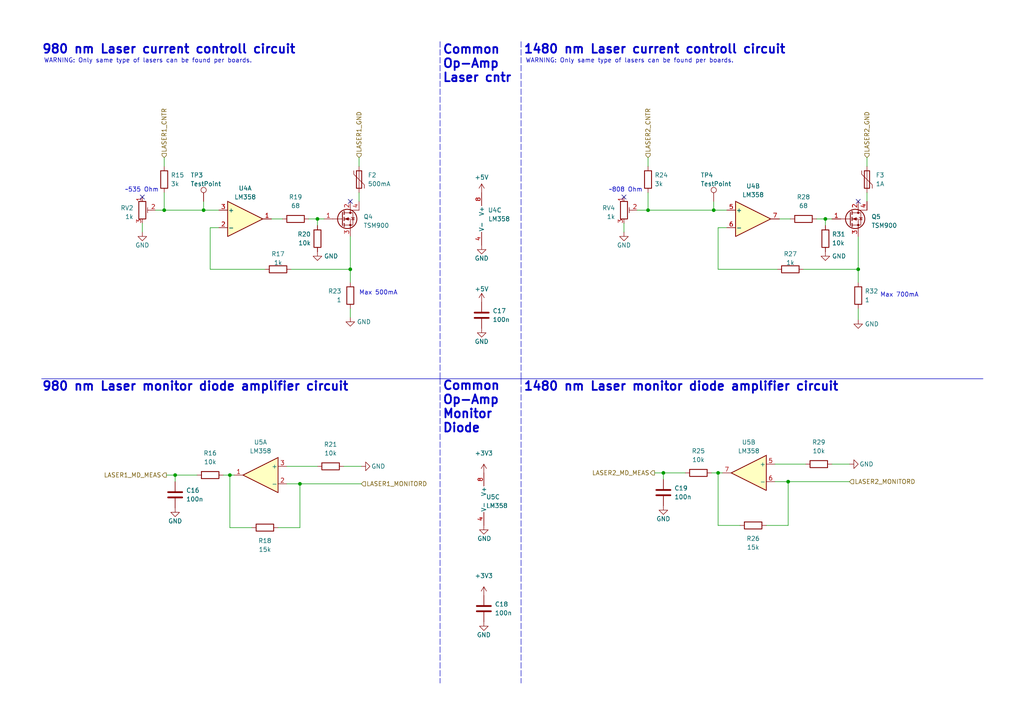
<source format=kicad_sch>
(kicad_sch (version 20230121) (generator eeschema)
  (paper "A4")
  (title_block (title "Laser controller board (Project Sheet)") (date "2023-06-27") (rev "R3.0") (company "Designed by Márk Mihalik"))
  (lib_symbols
    (symbol "Amplifier_Operational:LM358" (pin_names (offset 0.127))
      (property "Reference" "U" (at 0 5.08 0))
      (property "Value" "LM358" (at 0 -5.08 0))
      (symbol "LM358_1_1"
        (polyline (pts (xy -5.08 5.08) (xy 5.08 0) (xy -5.08 -5.08) (xy -5.08 5.08)) (stroke (width 0.254)) (fill (type background)))
        (pin output line (at 7.62 0 180) (length 2.54) (name "~") (number "1"))
        (pin input line (at -7.62 -2.54 0) (length 2.54) (name "-") (number "2"))
        (pin input line (at -7.62 2.54 0) (length 2.54) (name "+") (number "3"))
      )
      (symbol "LM358_2_1"
        (polyline (pts (xy -5.08 5.08) (xy 5.08 0) (xy -5.08 -5.08) (xy -5.08 5.08)) (stroke (width 0.254)) (fill (type background)))
        (pin input line (at -7.62 2.54 0) (length 2.54) (name "+") (number "5"))
        (pin input line (at -7.62 -2.54 0) (length 2.54) (name "-") (number "6"))
        (pin output line (at 7.62 0 180) (length 2.54) (name "~") (number "7"))
      )
      (symbol "LM358_3_1"
        (pin power_in line (at -2.54 -7.62 90) (length 3.81) (name "V-") (number "4"))
        (pin power_in line (at -2.54 7.62 270) (length 3.81) (name "V+") (number "8"))
      )
    )
    (symbol "Connector:TestPoint" (pin_numbers hide) (pin_names (offset 0.762) hide)
      (property "Reference" "TP" (at 0 6.858 0))
      (property "Value" "TestPoint" (at 0 5.08 0))
      (symbol "TestPoint_0_1"
        (circle (center 0 3.302) (radius 0.762))
      )
      (symbol "TestPoint_1_1"
        (pin passive line (at 0 0 90) (length 2.54) (name "1") (number "1"))
      )
    )
    (symbol "Device:C" (pin_numbers hide) (pin_names (offset 0.254))
      (property "Reference" "C" (at 0.635 2.54 0))
      (property "Value" "C" (at 0.635 -2.54 0))
      (symbol "C_0_1"
        (polyline (pts (xy -2.032 -0.762) (xy 2.032 -0.762)) (stroke (width 0.508)))
        (polyline (pts (xy -2.032 0.762) (xy 2.032 0.762)) (stroke (width 0.508)))
      )
      (symbol "C_1_1"
        (pin passive line (at 0 3.81 270) (length 2.794) (name "~") (number "1"))
        (pin passive line (at 0 -3.81 90) (length 2.794) (name "~") (number "2"))
      )
    )
    (symbol "Device:Polyfuse" (pin_numbers hide) (pin_names (offset 0))
      (property "Reference" "F" (at -2.54 0 90))
      (property "Value" "Polyfuse" (at 2.54 0 90))
      (symbol "Polyfuse_0_1"
        (rectangle (start -0.762 2.54) (end 0.762 -2.54) (stroke (width 0.254)))
        (polyline (pts (xy 0 2.54) (xy 0 -2.54)))
        (polyline (pts (xy -1.524 2.54) (xy -1.524 1.524) (xy 1.524 -1.524) (xy 1.524 -2.54)))
      )
      (symbol "Polyfuse_1_1"
        (pin passive line (at 0 3.81 270) (length 1.27) (name "~") (number "1"))
        (pin passive line (at 0 -3.81 90) (length 1.27) (name "~") (number "2"))
      )
    )
    (symbol "Device:Q_NMOS_GDSD" (pin_names (offset 0) hide)
      (property "Reference" "Q" (at 5.08 1.27 0))
      (property "Value" "Q_NMOS_GDSD" (at 5.08 -1.27 0))
      (symbol "Q_NMOS_GDSD_0_1"
        (polyline (pts (xy 0.254 0) (xy -2.54 0)))
        (polyline (pts (xy 0.254 1.905) (xy 0.254 -1.905)) (stroke (width 0.254)))
        (polyline (pts (xy 0.762 -1.27) (xy 0.762 -2.286)) (stroke (width 0.254)))
        (polyline (pts (xy 0.762 0.508) (xy 0.762 -0.508)) (stroke (width 0.254)))
        (polyline (pts (xy 0.762 2.286) (xy 0.762 1.27)) (stroke (width 0.254)))
        (polyline (pts (xy 2.54 -2.54) (xy 2.54 0) (xy 0.762 0)))
        (polyline (pts (xy 5.08 2.54) (xy 2.54 2.54) (xy 2.54 1.778)))
        (polyline (pts (xy 0.762 -1.778) (xy 3.302 -1.778) (xy 3.302 1.778) (xy 0.762 1.778)))
        (polyline (pts (xy 1.016 0) (xy 2.032 0.381) (xy 2.032 -0.381) (xy 1.016 0)) (fill (type outline)))
        (polyline (pts (xy 2.794 0.508) (xy 2.921 0.381) (xy 3.683 0.381) (xy 3.81 0.254)))
        (polyline (pts (xy 3.302 0.381) (xy 2.921 -0.254) (xy 3.683 -0.254) (xy 3.302 0.381)))
        (circle (center 1.651 0) (radius 2.794) (stroke (width 0.254)))
        (circle (center 2.54 -1.778) (radius 0.254) (fill (type outline)))
        (circle (center 2.54 1.778) (radius 0.254) (fill (type outline)))
      )
      (symbol "Q_NMOS_GDSD_1_1"
        (pin input line (at -5.08 0 0) (length 2.54) (name "G") (number "1"))
        (pin passive line (at 2.54 5.08 270) (length 2.54) (name "D") (number "2"))
        (pin passive line (at 2.54 -5.08 90) (length 2.54) (name "S") (number "3"))
        (pin passive line (at 5.08 5.08 270) (length 2.54) (name "D") (number "4"))
      )
    )
    (symbol "Device:R" (pin_numbers hide) (pin_names (offset 0))
      (property "Reference" "R" (at 2.032 0 90))
      (property "Value" "R" (at 0 0 90))
      (symbol "R_0_1"
        (rectangle (start -1.016 -2.54) (end 1.016 2.54) (stroke (width 0.254)))
      )
      (symbol "R_1_1"
        (pin passive line (at 0 3.81 270) (length 1.27) (name "~") (number "1"))
        (pin passive line (at 0 -3.81 90) (length 1.27) (name "~") (number "2"))
      )
    )
    (symbol "Device:R_Potentiometer_Trim" (pin_names (offset 1.016) hide)
      (property "Reference" "RV" (at -4.445 0 90))
      (property "Value" "R_Potentiometer_Trim" (at -2.54 0 90))
      (symbol "R_Potentiometer_Trim_0_1"
        (polyline (pts (xy 1.524 0.762) (xy 1.524 -0.762)))
        (polyline (pts (xy 2.54 0) (xy 1.524 0)))
        (rectangle (start 1.016 2.54) (end -1.016 -2.54) (stroke (width 0.254)))
      )
      (symbol "R_Potentiometer_Trim_1_1"
        (pin passive line (at 0 3.81 270) (length 1.27) (name "1") (number "1"))
        (pin passive line (at 3.81 0 180) (length 1.27) (name "2") (number "2"))
        (pin passive line (at 0 -3.81 90) (length 1.27) (name "3") (number "3"))
      )
    )
    (symbol "power:+3V3" (power) (pin_names (offset 0))
      (property "Value" "+3V3" (at 0 3.556 0))
      (symbol "+3V3_0_1"
        (polyline (pts (xy -0.762 1.27) (xy 0 2.54)))
        (polyline (pts (xy 0 0) (xy 0 2.54)))
        (polyline (pts (xy 0 2.54) (xy 0.762 1.27)))
      )
      (symbol "+3V3_1_1"
        (pin power_in line (at 0 0 90) (length 0) hide (name "+3V3") (number "1"))
      )
    )
    (symbol "power:+5V" (power) (pin_names (offset 0))
      (property "Value" "+5V" (at 0 3.556 0))
      (symbol "+5V_0_1"
        (polyline (pts (xy -0.762 1.27) (xy 0 2.54)))
        (polyline (pts (xy 0 0) (xy 0 2.54)))
        (polyline (pts (xy 0 2.54) (xy 0.762 1.27)))
      )
      (symbol "+5V_1_1"
        (pin power_in line (at 0 0 90) (length 0) hide (name "+5V") (number "1"))
      )
    )
    (symbol "power:GND" (power) (pin_names (offset 0))
      (property "Value" "GND" (at 0 -3.81 0))
      (symbol "GND_0_1"
        (polyline (pts (xy 0 0) (xy 0 -1.27) (xy 1.27 -1.27) (xy 0 -2.54) (xy -1.27 -1.27) (xy 0 -1.27)))
      )
      (symbol "GND_1_1"
        (pin power_in line (at 0 0 270) (length 0) hide (name "GND") (number "1"))
      )
    )
  )
  (junction (at 228.6 139.7))
  (junction (at 208.28 137.16))
  (junction (at 187.96 60.96))
  (junction (at 239.395 63.5))
  (junction (at 92.075 63.5))
  (junction (at 248.92 78.105))
  (junction (at 86.995 140.335))
  (junction (at 207.01 60.96))
  (junction (at 66.675 137.795))
  (junction (at 192.405 137.16))
  (junction (at 59.055 60.96))
  (junction (at 50.8 137.795))
  (junction (at 101.6 78.105))
  (junction (at 47.625 60.96))
  (no_connect (at 101.6 58.42))
  (no_connect (at 248.92 58.42))
  (no_connect (at 180.975 57.15))
  (no_connect (at 41.275 57.15))
  (wire (pts (xy 208.28 152.4) (xy 214.63 152.4)))
  (wire (pts (xy 248.92 89.535) (xy 248.92 92.71)))
  (wire (pts (xy 41.275 64.77) (xy 41.275 67.31)))
  (polyline (pts (xy 12.065 109.855) (xy 285.115 109.855)))
  (wire (pts (xy 60.96 78.105) (xy 76.835 78.105)))
  (wire (pts (xy 104.775 135.255) (xy 99.695 135.255)))
  (polyline (pts (xy 127.635 12.065) (xy 127.635 109.855)) (stroke (width 0) (type dash)))
  (wire (pts (xy 101.6 78.105) (xy 101.6 81.915)))
  (wire (pts (xy 83.185 140.335) (xy 86.995 140.335)))
  (wire (pts (xy 92.075 135.255) (xy 83.185 135.255)))
  (wire (pts (xy 48.26 137.795) (xy 50.8 137.795)))
  (wire (pts (xy 66.675 137.795) (xy 66.675 153.035)))
  (wire (pts (xy 50.8 137.795) (xy 57.15 137.795)))
  (wire (pts (xy 208.28 66.04) (xy 208.28 78.105)))
  (wire (pts (xy 251.46 55.88) (xy 251.46 58.42)))
  (wire (pts (xy 78.74 63.5) (xy 81.915 63.5)))
  (wire (pts (xy 208.28 137.16) (xy 209.55 137.16)))
  (wire (pts (xy 246.38 134.62) (xy 241.3 134.62)))
  (wire (pts (xy 187.96 45.72) (xy 187.96 48.26)))
  (wire (pts (xy 104.14 45.72) (xy 104.14 48.26)))
  (polyline (pts (xy 127.635 109.855) (xy 127.635 198.12)) (stroke (width 0) (type dash)))
  (wire (pts (xy 47.625 45.72) (xy 47.625 48.26)))
  (wire (pts (xy 192.405 137.16) (xy 198.755 137.16)))
  (wire (pts (xy 84.455 78.105) (xy 101.6 78.105)))
  (wire (pts (xy 208.28 78.105) (xy 225.425 78.105)))
  (wire (pts (xy 59.055 58.42) (xy 59.055 60.96)))
  (wire (pts (xy 47.625 60.96) (xy 59.055 60.96)))
  (wire (pts (xy 101.6 89.535) (xy 101.6 92.075)))
  (polyline (pts (xy 151.13 12.065) (xy 151.13 109.855)) (stroke (width 0) (type dash)))
  (wire (pts (xy 187.96 55.88) (xy 187.96 60.96)))
  (wire (pts (xy 210.82 66.04) (xy 208.28 66.04)))
  (wire (pts (xy 208.28 137.16) (xy 208.28 152.4)))
  (wire (pts (xy 92.075 63.5) (xy 93.98 63.5)))
  (wire (pts (xy 248.92 68.58) (xy 248.92 78.105)))
  (wire (pts (xy 228.6 139.7) (xy 228.6 152.4)))
  (wire (pts (xy 66.675 153.035) (xy 73.025 153.035)))
  (wire (pts (xy 180.975 64.77) (xy 180.975 67.31)))
  (wire (pts (xy 189.865 137.16) (xy 192.405 137.16)))
  (wire (pts (xy 80.645 153.035) (xy 86.995 153.035)))
  (wire (pts (xy 207.01 60.96) (xy 210.82 60.96)))
  (wire (pts (xy 59.055 60.96) (xy 63.5 60.96)))
  (wire (pts (xy 207.01 58.42) (xy 207.01 60.96)))
  (wire (pts (xy 239.395 63.5) (xy 241.3 63.5)))
  (wire (pts (xy 192.405 137.16) (xy 192.405 139.065)))
  (wire (pts (xy 50.8 137.795) (xy 50.8 139.7)))
  (polyline (pts (xy 151.13 109.855) (xy 151.13 198.12)) (stroke (width 0) (type dash)))
  (wire (pts (xy 184.785 60.96) (xy 187.96 60.96)))
  (wire (pts (xy 226.06 63.5) (xy 229.235 63.5)))
  (wire (pts (xy 233.68 134.62) (xy 224.79 134.62)))
  (wire (pts (xy 104.14 55.88) (xy 104.14 58.42)))
  (wire (pts (xy 47.625 60.96) (xy 47.625 55.88)))
  (wire (pts (xy 89.535 63.5) (xy 92.075 63.5)))
  (wire (pts (xy 92.075 65.405) (xy 92.075 63.5)))
  (wire (pts (xy 101.6 68.58) (xy 101.6 78.105)))
  (wire (pts (xy 248.92 78.105) (xy 248.92 81.915)))
  (wire (pts (xy 63.5 66.04) (xy 60.96 66.04)))
  (wire (pts (xy 45.085 60.96) (xy 47.625 60.96)))
  (wire (pts (xy 228.6 139.7) (xy 246.38 139.7)))
  (wire (pts (xy 233.045 78.105) (xy 248.92 78.105)))
  (wire (pts (xy 206.375 137.16) (xy 208.28 137.16)))
  (wire (pts (xy 187.96 60.96) (xy 207.01 60.96)))
  (wire (pts (xy 251.46 45.72) (xy 251.46 48.26)))
  (wire (pts (xy 60.96 66.04) (xy 60.96 78.105)))
  (wire (pts (xy 66.675 137.795) (xy 67.945 137.795)))
  (wire (pts (xy 64.77 137.795) (xy 66.675 137.795)))
  (wire (pts (xy 222.25 152.4) (xy 228.6 152.4)))
  (wire (pts (xy 224.79 139.7) (xy 228.6 139.7)))
  (wire (pts (xy 236.855 63.5) (xy 239.395 63.5)))
  (wire (pts (xy 86.995 153.035) (xy 86.995 140.335)))
  (wire (pts (xy 239.395 65.405) (xy 239.395 63.5)))
  (wire (pts (xy 86.995 140.335) (xy 104.775 140.335)))
  (text "Max 700mA" (at 255.27 86.36 0) (effects (font (size 1.27 1.27)) (justify left bottom)))
  (text "980 nm Laser monitor diode amplifier circuit" (at 12.065 113.665 0) (effects (font (size 2.54 2.54) (thickness 0.508) bold) (justify left bottom)))
  (text "~535 Ohm" (at 36.195 55.88 0) (effects (font (size 1.27 1.27)) (justify left bottom)))
  (text "1480 nm Laser current controll circuit\n" (at 151.765 15.875 0) (effects (font (size 2.54 2.54) bold) (justify left bottom)))
  (text "980 nm Laser current controll circuit\n" (at 12.065 15.875 0) (effects (font (size 2.54 2.54) bold) (justify left bottom)))
  (text "1480 nm Laser monitor diode amplifier circuit" (at 151.765 113.665 0) (effects (font (size 2.54 2.54) (thickness 0.508) bold) (justify left bottom)))
  (text "~808 Ohm" (at 176.53 55.88 0) (effects (font (size 1.27 1.27)) (justify left bottom)))
  (text "Common\nOp-Amp\nMonitor\nDiode\n" (at 128.27 125.73 0) (effects (font (size 2.54 2.54) (thickness 0.508) bold) (justify left bottom)))
  (text "WARNING: Only same type of lasers can be found per boards." (at 152.4 18.415 0) (effects (font (size 1.27 1.27)) (justify left bottom)))
  (text "Max 500mA" (at 104.14 85.725 0) (effects (font (size 1.27 1.27)) (justify left bottom)))
  (text "Common\nOp-Amp\nLaser cntr\n" (at 128.27 24.13 0) (effects (font (size 2.54 2.54) (thickness 0.508) bold) (justify left bottom)))
  (text "WARNING: Only same type of lasers can be found per boards." (at 12.7 18.415 0) (effects (font (size 1.27 1.27)) (justify left bottom)))
  (hierarchical_label "LASER2_MD_MEAS" (shape output) (at 189.865 137.16 180))
  (hierarchical_label "LASER1_MD_MEAS" (shape output) (at 48.26 137.795 180))
  (hierarchical_label "LASER1_GND" (shape input) (at 104.14 45.72 90))
  (hierarchical_label "LASER2_GND" (shape input) (at 251.46 45.72 90))
  (hierarchical_label "LASER2_MONITORD" (shape input) (at 246.38 139.7 0))
  (hierarchical_label "LASER1_CNTR" (shape input) (at 47.625 45.72 90))
  (hierarchical_label "LASER1_MONITORD" (shape input) (at 104.775 140.335 0))
  (hierarchical_label "LASER2_CNTR" (shape input) (at 187.96 45.72 90))
  (symbol (lib_id "power:+3V3") (at 140.335 137.16 0) (unit 1)
    (property "Reference" "#PWR056" (effects hide))
    (property "Value" "+3V3" (at 140.335 131.445 0))
  )
  (symbol (lib_id "Amplifier_Operational:LM358") (at 142.24 63.5 0) (unit 3)
    (property "Reference" "U4" (at 143.51 60.96 0))
    (property "Value" "LM358" (at 144.78 63.5 0))
    (property "Footprint" "Package_SO:SOIC-8_3.9x4.9mm_P1.27mm" (effects hide))
    (property "Datasheet" "http://www.ti.com/lit/ds/symlink/lm2904-n.pdf" (effects hide))
    (property "Lomex" "89-24-38" (effects hide))
  )
  (symbol (lib_id "Device:C") (at 50.8 143.51 0) (unit 1)
    (property "Reference" "C16" (at 53.975 142.2399 0) (effects (justify left)))
    (property "Value" "100n" (at 53.975 144.7799 0) (effects (justify left)))
    (property "Footprint" "Capacitor_SMD:C_0805_2012Metric_Pad1.18x1.45mm_HandSolder" (effects hide))
    (property "Lomex" "82-13-46" (effects hide))
  )
  (symbol (lib_id "Device:R") (at 248.92 85.725 180) (unit 1)
    (property "Reference" "R32" (at 250.825 84.4549 0) (effects (justify right)))
    (property "Value" "1" (at 250.825 86.9949 0) (effects (justify right)))
    (property "Footprint" "Resistor_SMD:R_2512_6332Metric_Pad1.40x3.35mm_HandSolder" (effects hide))
    (property "Lomex" "80-57-39" (effects hide))
  )
  (symbol (lib_id "power:GND") (at 180.975 67.31 0) (unit 1)
    (property "Reference" "#PWR060" (effects hide))
    (property "Value" "GND" (at 180.975 71.12 0))
  )
  (symbol (lib_id "Device:Polyfuse") (at 104.14 52.07 0) (unit 1)
    (property "Reference" "F2" (at 106.68 50.7999 0) (effects (justify left)))
    (property "Value" "500mA" (at 106.68 53.3399 0) (effects (justify left)))
    (property "Footprint" "Fuse:Fuse_2512_6332Metric_Pad1.52x3.35mm_HandSolder" (effects hide))
    (property "Lomex" "44-02-65" (effects hide))
  )
  (symbol (lib_id "Connector:TestPoint") (at 59.055 58.42 0) (unit 1)
    (property "Reference" "TP3" (at 55.245 50.8 0) (effects (justify left)))
    (property "Value" "TestPoint" (at 55.245 53.34 0) (effects (justify left)))
    (property "Footprint" "TestPoint:TestPoint_Pad_D2.5mm" (effects hide))
  )
  (symbol (lib_id "Connector:TestPoint") (at 207.01 58.42 0) (unit 1)
    (property "Reference" "TP4" (at 203.2 50.8 0) (effects (justify left)))
    (property "Value" "TestPoint" (at 203.2 53.34 0) (effects (justify left)))
    (property "Footprint" "TestPoint:TestPoint_Pad_D2.5mm" (effects hide))
  )
  (symbol (lib_id "Device:R") (at 237.49 134.62 90) (unit 1)
    (property "Reference" "R29" (at 237.49 128.27 90))
    (property "Value" "10k" (at 237.49 130.81 90))
    (property "Footprint" "Resistor_SMD:R_0805_2012Metric_Pad1.20x1.40mm_HandSolder" (effects hide))
    (property "Lomex" "80-54-49" (effects hide))
  )
  (symbol (lib_id "power:GND") (at 140.335 152.4 0) (unit 1)
    (property "Reference" "#PWR057" (effects hide))
    (property "Value" "GND" (at 138.43 156.21 0) (effects (justify left)))
  )
  (symbol (lib_id "power:GND") (at 239.395 73.025 0) (unit 1)
    (property "Reference" "#PWR062" (effects hide))
    (property "Value" "GND" (at 241.3 74.2949 0) (effects (justify left)))
  )
  (symbol (lib_id "power:GND") (at 50.8 147.32 0) (unit 1)
    (property "Reference" "#PWR048" (effects hide))
    (property "Value" "GND" (at 50.8 151.13 0))
  )
  (symbol (lib_id "Device:R") (at 95.885 135.255 90) (unit 1)
    (property "Reference" "R21" (at 95.885 128.905 90))
    (property "Value" "10k" (at 95.885 131.445 90))
    (property "Footprint" "Resistor_SMD:R_0805_2012Metric_Pad1.20x1.40mm_HandSolder" (effects hide))
    (property "Lomex" "80-54-49" (effects hide))
  )
  (symbol (lib_id "Amplifier_Operational:LM358") (at 217.17 137.16 0) (mirror y) (unit 2)
    (property "Reference" "U5" (at 217.17 128.27 0))
    (property "Value" "LM358" (at 217.17 130.81 0))
    (property "Footprint" "Package_SO:SOIC-8_3.9x4.9mm_P1.27mm" (effects hide))
    (property "Datasheet" "http://www.ti.com/lit/ds/symlink/lm2904-n.pdf" (effects hide))
    (property "Lomex" "89-24-38" (effects hide))
  )
  (symbol (lib_id "Device:C") (at 192.405 142.875 0) (unit 1)
    (property "Reference" "C19" (at 195.58 141.6049 0) (effects (justify left)))
    (property "Value" "100n" (at 195.58 144.1449 0) (effects (justify left)))
    (property "Footprint" "Capacitor_SMD:C_0805_2012Metric_Pad1.18x1.45mm_HandSolder" (effects hide))
    (property "Lomex" "82-13-46" (effects hide))
  )
  (symbol (lib_id "Device:C") (at 139.7 91.44 0) (unit 1)
    (property "Reference" "C17" (at 142.875 90.1699 0) (effects (justify left)))
    (property "Value" "100n" (at 142.875 92.7099 0) (effects (justify left)))
    (property "Footprint" "Capacitor_SMD:C_0805_2012Metric_Pad1.18x1.45mm_HandSolder" (effects hide))
    (property "Lomex" "82-13-46" (effects hide))
  )
  (symbol (lib_id "Device:Polyfuse") (at 251.46 52.07 0) (unit 1)
    (property "Reference" "F3" (at 254 50.7999 0) (effects (justify left)))
    (property "Value" "1A" (at 254 53.3399 0) (effects (justify left)))
    (property "Footprint" "Fuse:Fuse_2512_6332Metric_Pad1.52x3.35mm_HandSolder" (effects hide))
    (property "Lomex" "44-01-78" (effects hide))
  )
  (symbol (lib_id "power:GND") (at 248.92 92.71 0) (unit 1)
    (property "Reference" "#PWR064" (effects hide))
    (property "Value" "GND" (at 250.825 93.9799 0) (effects (justify left)))
  )
  (symbol (lib_id "power:GND") (at 192.405 146.685 0) (unit 1)
    (property "Reference" "#PWR061" (effects hide))
    (property "Value" "GND" (at 192.405 150.495 0))
  )
  (symbol (lib_id "Device:R") (at 218.44 152.4 90) (unit 1)
    (property "Reference" "R26" (at 218.44 156.21 90))
    (property "Value" "15k" (at 218.44 158.75 90))
    (property "Footprint" "Resistor_SMD:R_0805_2012Metric_Pad1.20x1.40mm_HandSolder" (effects hide))
    (property "Lomex" "80-11-00" (effects hide))
  )
  (symbol (lib_id "Device:R_Potentiometer_Trim") (at 41.275 60.96 0) (unit 1)
    (property "Reference" "RV2" (at 38.735 60.325 0) (effects (justify right)))
    (property "Value" "1k" (at 38.735 62.865 0) (effects (justify right)))
    (property "Footprint" "Potentiometer_THT:Potentiometer_Bourns_3296X_Horizontal" (effects hide))
    (property "Lomex" "05-06-16" (effects hide))
  )
  (symbol (lib_id "Device:R") (at 92.075 69.215 0) (mirror x) (unit 1)
    (property "Reference" "R20" (at 90.17 67.9449 0) (effects (justify right)))
    (property "Value" "10k" (at 90.17 70.4849 0) (effects (justify right)))
    (property "Footprint" "Resistor_SMD:R_0805_2012Metric_Pad1.20x1.40mm_HandSolder" (effects hide))
    (property "Lomex" "80-54-49" (effects hide))
  )
  (symbol (lib_id "power:GND") (at 140.335 180.34 0) (unit 1)
    (property "Reference" "#PWR059" (effects hide))
    (property "Value" "GND" (at 140.335 184.15 0))
  )
  (symbol (lib_id "power:GND") (at 101.6 92.075 0) (unit 1)
    (property "Reference" "#PWR050" (effects hide))
    (property "Value" "GND" (at 103.505 93.3449 0) (effects (justify left)))
  )
  (symbol (lib_id "Device:R") (at 233.045 63.5 90) (unit 1)
    (property "Reference" "R28" (at 233.045 57.15 90))
    (property "Value" "68" (at 233.045 59.69 90))
    (property "Footprint" "Resistor_SMD:R_0805_2012Metric_Pad1.20x1.40mm_HandSolder" (effects hide))
    (property "Lomex" "80-56-46" (effects hide))
  )
  (symbol (lib_id "power:+5V") (at 139.7 55.88 0) (unit 1)
    (property "Reference" "#PWR052" (effects hide))
    (property "Value" "+5V" (at 139.7 51.435 0))
  )
  (symbol (lib_id "Device:R") (at 239.395 69.215 180) (unit 1)
    (property "Reference" "R31" (at 241.3 67.9449 0) (effects (justify right)))
    (property "Value" "10k" (at 241.3 70.4849 0) (effects (justify right)))
    (property "Footprint" "Resistor_SMD:R_0805_2012Metric_Pad1.20x1.40mm_HandSolder" (effects hide))
    (property "Lomex" "80-54-49" (effects hide))
  )
  (symbol (lib_id "Device:Q_NMOS_GDSD") (at 99.06 63.5 0) (unit 1)
    (property "Reference" "Q4" (at 105.41 62.865 0) (effects (justify left)))
    (property "Value" "TSM900" (at 105.41 65.405 0) (effects (justify left)))
    (property "Footprint" "Package_TO_SOT_SMD:SOT-223" (effects hide))
    (property "Lomex" "86-05-08" (effects hide))
  )
  (symbol (lib_id "Amplifier_Operational:LM358") (at 218.44 63.5 0) (unit 2)
    (property "Reference" "U4" (at 218.44 53.975 0))
    (property "Value" "LM358" (at 218.44 56.515 0))
    (property "Footprint" "Package_SO:SOIC-8_3.9x4.9mm_P1.27mm" (effects hide))
    (property "Datasheet" "http://www.ti.com/lit/ds/symlink/lm2904-n.pdf" (effects hide))
    (property "Lomex" "89-24-38" (effects hide))
  )
  (symbol (lib_id "Device:Q_NMOS_GDSD") (at 246.38 63.5 0) (unit 1)
    (property "Reference" "Q5" (at 252.73 62.865 0) (effects (justify left)))
    (property "Value" "TSM900" (at 252.73 65.405 0) (effects (justify left)))
    (property "Footprint" "Package_TO_SOT_SMD:SOT-223" (effects hide))
    (property "Lomex" "86-05-08" (effects hide))
  )
  (symbol (lib_id "power:GND") (at 139.7 95.25 0) (unit 1)
    (property "Reference" "#PWR055" (effects hide))
    (property "Value" "GND" (at 139.7 99.06 0))
  )
  (symbol (lib_id "Device:R") (at 60.96 137.795 90) (unit 1)
    (property "Reference" "R16" (at 60.96 131.445 90))
    (property "Value" "10k" (at 60.96 133.985 90))
    (property "Footprint" "Resistor_SMD:R_0805_2012Metric_Pad1.20x1.40mm_HandSolder" (effects hide))
    (property "Lomex" "80-54-49" (effects hide))
  )
  (symbol (lib_id "Device:C") (at 140.335 176.53 0) (unit 1)
    (property "Reference" "C18" (at 143.51 175.2599 0) (effects (justify left)))
    (property "Value" "100n" (at 143.51 177.7999 0) (effects (justify left)))
    (property "Footprint" "Capacitor_SMD:C_0805_2012Metric_Pad1.18x1.45mm_HandSolder" (effects hide))
    (property "Lomex" "82-13-46" (effects hide))
  )
  (symbol (lib_id "Device:R_Potentiometer_Trim") (at 180.975 60.96 0) (unit 1)
    (property "Reference" "RV4" (at 178.435 60.325 0) (effects (justify right)))
    (property "Value" "1k" (at 178.435 62.865 0) (effects (justify right)))
    (property "Footprint" "Potentiometer_THT:Potentiometer_Bourns_3296X_Horizontal" (effects hide))
    (property "Lomex" "05-06-16" (effects hide))
  )
  (symbol (lib_id "Amplifier_Operational:LM358") (at 137.795 144.78 0) (mirror y) (unit 3)
    (property "Reference" "U5" (at 140.97 144.145 0) (effects (justify right)))
    (property "Value" "LM358" (at 140.97 146.685 0) (effects (justify right)))
    (property "Footprint" "Package_SO:SOIC-8_3.9x4.9mm_P1.27mm" (effects hide))
    (property "Datasheet" "http://www.ti.com/lit/ds/symlink/lm2904-n.pdf" (effects hide))
    (property "Lomex" "89-24-38" (effects hide))
  )
  (symbol (lib_id "Amplifier_Operational:LM358") (at 75.565 137.795 0) (mirror y) (unit 1)
    (property "Reference" "U5" (at 75.565 128.27 0))
    (property "Value" "LM358" (at 75.565 130.81 0))
    (property "Footprint" "Package_SO:SOIC-8_3.9x4.9mm_P1.27mm" (effects hide))
    (property "Datasheet" "http://www.ti.com/lit/ds/symlink/lm2904-n.pdf" (effects hide))
    (property "Lomex" "89-24-38" (effects hide))
  )
  (symbol (lib_id "Device:R") (at 101.6 85.725 0) (mirror x) (unit 1)
    (property "Reference" "R23" (at 99.06 84.4549 0) (effects (justify right)))
    (property "Value" "1" (at 99.06 86.9949 0) (effects (justify right)))
    (property "Footprint" "Resistor_SMD:R_2512_6332Metric_Pad1.40x3.35mm_HandSolder" (effects hide))
    (property "Lomex" "80-57-39" (effects hide))
  )
  (symbol (lib_id "Device:R") (at 80.645 78.105 270) (mirror x) (unit 1)
    (property "Reference" "R17" (at 80.645 73.66 90))
    (property "Value" "1k" (at 80.645 76.2 90))
    (property "Footprint" "Resistor_SMD:R_0805_2012Metric_Pad1.20x1.40mm_HandSolder" (effects hide))
    (property "Lomex" "80-55-68" (effects hide))
  )
  (symbol (lib_id "Device:R") (at 76.835 153.035 90) (unit 1)
    (property "Reference" "R18" (at 76.835 156.845 90))
    (property "Value" "15k" (at 76.835 159.385 90))
    (property "Footprint" "Resistor_SMD:R_0805_2012Metric_Pad1.20x1.40mm_HandSolder" (effects hide))
    (property "Lomex" "80-11-00" (effects hide))
  )
  (symbol (lib_id "Amplifier_Operational:LM358") (at 71.12 63.5 0) (unit 1)
    (property "Reference" "U4" (at 71.12 54.61 0))
    (property "Value" "LM358" (at 71.12 57.15 0))
    (property "Footprint" "Package_SO:SOIC-8_3.9x4.9mm_P1.27mm" (effects hide))
    (property "Datasheet" "http://www.ti.com/lit/ds/symlink/lm2904-n.pdf" (effects hide))
    (property "Lomex" "89-24-38" (effects hide))
  )
  (symbol (lib_id "power:GND") (at 246.38 134.62 90) (unit 1)
    (property "Reference" "#PWR063" (effects hide))
    (property "Value" "GND" (at 253.365 134.62 90) (effects (justify left)))
  )
  (symbol (lib_id "power:GND") (at 41.275 67.31 0) (unit 1)
    (property "Reference" "#PWR047" (effects hide))
    (property "Value" "GND" (at 41.275 71.12 0))
  )
  (symbol (lib_id "power:+3V3") (at 140.335 172.72 0) (unit 1)
    (property "Reference" "#PWR058" (effects hide))
    (property "Value" "+3V3" (at 140.335 167.005 0))
  )
  (symbol (lib_id "power:+5V") (at 139.7 87.63 0) (unit 1)
    (property "Reference" "#PWR054" (effects hide))
    (property "Value" "+5V" (at 139.7 83.82 0))
  )
  (symbol (lib_id "Device:R") (at 85.725 63.5 270) (mirror x) (unit 1)
    (property "Reference" "R19" (at 85.725 57.15 90))
    (property "Value" "68" (at 85.725 59.69 90))
    (property "Footprint" "Resistor_SMD:R_0805_2012Metric_Pad1.20x1.40mm_HandSolder" (effects hide))
    (property "Lomex" "80-56-46" (effects hide))
  )
  (symbol (lib_id "Device:R") (at 47.625 52.07 180) (unit 1)
    (property "Reference" "R15" (at 49.53 50.7999 0) (effects (justify right)))
    (property "Value" "3k" (at 49.53 53.3399 0) (effects (justify right)))
    (property "Footprint" "Resistor_SMD:R_0805_2012Metric_Pad1.20x1.40mm_HandSolder" (effects hide))
    (property "Lomex" "80-11-62" (effects hide))
  )
  (symbol (lib_id "Device:R") (at 202.565 137.16 90) (unit 1)
    (property "Reference" "R25" (at 202.565 130.81 90))
    (property "Value" "10k" (at 202.565 133.35 90))
    (property "Footprint" "Resistor_SMD:R_0805_2012Metric_Pad1.20x1.40mm_HandSolder" (effects hide))
    (property "Lomex" "80-54-49" (effects hide))
  )
  (symbol (lib_id "power:GND") (at 139.7 71.12 0) (unit 1)
    (property "Reference" "#PWR053" (effects hide))
    (property "Value" "GND" (at 139.7 74.93 0))
  )
  (symbol (lib_id "power:GND") (at 92.075 73.025 0) (unit 1)
    (property "Reference" "#PWR049" (effects hide))
    (property "Value" "GND" (at 93.98 74.2949 0) (effects (justify left)))
  )
  (symbol (lib_id "power:GND") (at 104.775 135.255 90) (unit 1)
    (property "Reference" "#PWR051" (effects hide))
    (property "Value" "GND" (at 111.76 135.255 90) (effects (justify left)))
  )
  (symbol (lib_id "Device:R") (at 229.235 78.105 270) (mirror x) (unit 1)
    (property "Reference" "R27" (at 229.235 73.66 90))
    (property "Value" "1k" (at 229.235 76.2 90))
    (property "Footprint" "Resistor_SMD:R_0805_2012Metric_Pad1.20x1.40mm_HandSolder" (effects hide))
    (property "Lomex" "80-55-68" (effects hide))
  )
  (symbol (lib_id "Device:R") (at 187.96 52.07 180) (unit 1)
    (property "Reference" "R24" (at 189.865 50.7999 0) (effects (justify right)))
    (property "Value" "3k" (at 189.865 53.3399 0) (effects (justify right)))
    (property "Footprint" "Resistor_SMD:R_0805_2012Metric_Pad1.20x1.40mm_HandSolder" (effects hide))
    (property "Lomex" "80-11-62" (effects hide))
  )
)
</source>
